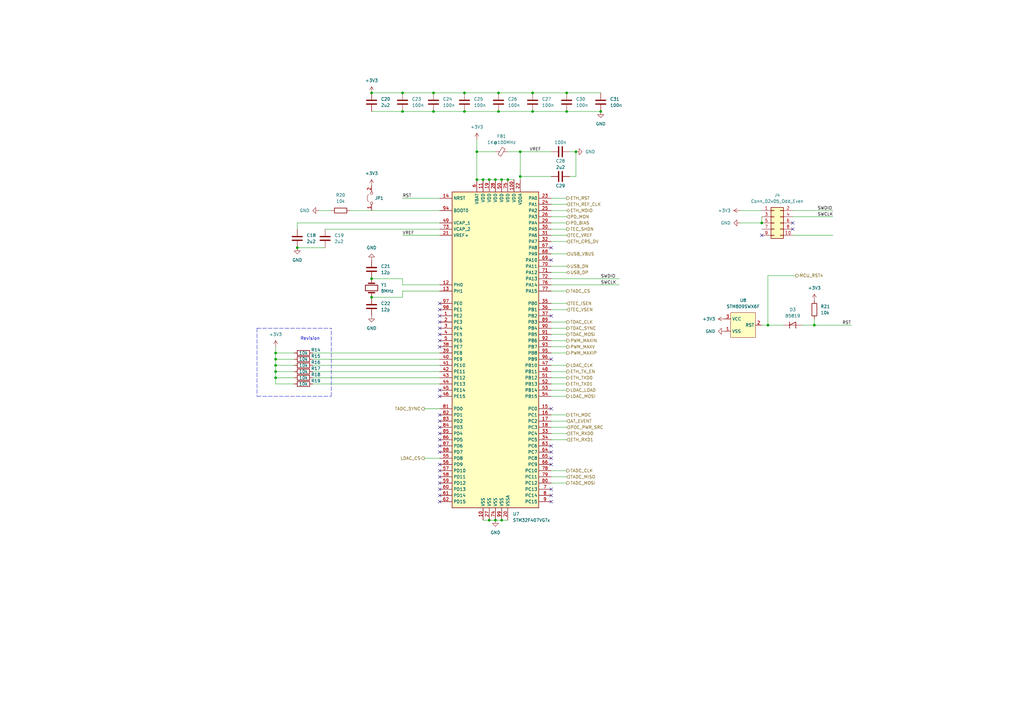
<source format=kicad_sch>
(kicad_sch (version 20211123) (generator eeschema)
  (paper "A3")
  (title_block (title "Kirdy") (date "2022-07-03") (rev "r0.1") (company "M-Labs") (comment 1 "Alex Wong Tat Hang"))
  (lib_symbols
    (symbol "Connector_Generic:Conn_02x05_Odd_Even" (pin_names (offset 1.016) hide)
      (property "Reference" "J" (at 1.27 7.62 0))
      (property "Value" "Conn_02x05_Odd_Even" (at 1.27 -7.62 0))
      (symbol "Conn_02x05_Odd_Even_1_1"
        (rectangle (start -1.27 -4.953) (end 0 -5.207) (stroke (width 0.1524)))
        (rectangle (start -1.27 -2.413) (end 0 -2.667) (stroke (width 0.1524)))
        (rectangle (start -1.27 0.127) (end 0 -0.127) (stroke (width 0.1524)))
        (rectangle (start -1.27 2.667) (end 0 2.413) (stroke (width 0.1524)))
        (rectangle (start -1.27 5.207) (end 0 4.953) (stroke (width 0.1524)))
        (rectangle (start -1.27 6.35) (end 3.81 -6.35) (stroke (width 0.254)) (fill (type background)))
        (rectangle (start 3.81 -4.953) (end 2.54 -5.207) (stroke (width 0.1524)))
        (rectangle (start 3.81 -2.413) (end 2.54 -2.667) (stroke (width 0.1524)))
        (rectangle (start 3.81 0.127) (end 2.54 -0.127) (stroke (width 0.1524)))
        (rectangle (start 3.81 2.667) (end 2.54 2.413) (stroke (width 0.1524)))
        (rectangle (start 3.81 5.207) (end 2.54 4.953) (stroke (width 0.1524)))
        (pin passive line (at -5.08 5.08 0) (length 3.81) (name "Pin_1") (number "1"))
        (pin passive line (at 7.62 -5.08 180) (length 3.81) (name "Pin_10") (number "10"))
        (pin passive line (at 7.62 5.08 180) (length 3.81) (name "Pin_2") (number "2"))
        (pin passive line (at -5.08 2.54 0) (length 3.81) (name "Pin_3") (number "3"))
        (pin passive line (at 7.62 2.54 180) (length 3.81) (name "Pin_4") (number "4"))
        (pin passive line (at -5.08 0 0) (length 3.81) (name "Pin_5") (number "5"))
        (pin passive line (at 7.62 0 180) (length 3.81) (name "Pin_6") (number "6"))
        (pin passive line (at -5.08 -2.54 0) (length 3.81) (name "Pin_7") (number "7"))
        (pin passive line (at 7.62 -2.54 180) (length 3.81) (name "Pin_8") (number "8"))
        (pin passive line (at -5.08 -5.08 0) (length 3.81) (name "Pin_9") (number "9"))
      )
    )
    (symbol "Device:C" (pin_numbers hide) (pin_names (offset 0.254))
      (property "Reference" "C" (at 0.635 2.54 0))
      (property "Value" "C" (at 0.635 -2.54 0))
      (symbol "C_0_1"
        (polyline (pts (xy -2.032 -0.762) (xy 2.032 -0.762)) (stroke (width 0.508)))
        (polyline (pts (xy -2.032 0.762) (xy 2.032 0.762)) (stroke (width 0.508)))
      )
      (symbol "C_1_1"
        (pin passive line (at 0 3.81 270) (length 2.794) (name "~") (number "1"))
        (pin passive line (at 0 -3.81 90) (length 2.794) (name "~") (number "2"))
      )
    )
    (symbol "Device:Crystal" (pin_numbers hide) (pin_names (offset 1.016) hide)
      (property "Reference" "Y" (at 0 3.81 0))
      (property "Value" "Crystal" (at 0 -3.81 0))
      (symbol "Crystal_0_1"
        (rectangle (start -1.143 2.54) (end 1.143 -2.54) (stroke (width 0.3048)))
        (polyline (pts (xy -2.54 0) (xy -1.905 0)))
        (polyline (pts (xy -1.905 -1.27) (xy -1.905 1.27)) (stroke (width 0.508)))
        (polyline (pts (xy 1.905 -1.27) (xy 1.905 1.27)) (stroke (width 0.508)))
        (polyline (pts (xy 2.54 0) (xy 1.905 0)))
      )
      (symbol "Crystal_1_1"
        (pin passive line (at -3.81 0 0) (length 1.27) (name "1") (number "1"))
        (pin passive line (at 3.81 0 180) (length 1.27) (name "2") (number "2"))
      )
    )
    (symbol "Device:D_Shockley" (pin_numbers hide) (pin_names (offset 1.016) hide)
      (property "Reference" "D" (at 0 2.54 0))
      (property "Value" "D_Shockley" (at 0 -2.54 0))
      (symbol "D_Shockley_0_1"
        (polyline (pts (xy -1.27 0) (xy 1.27 0)))
        (polyline (pts (xy -1.27 1.27) (xy -1.27 -1.27)) (stroke (width 0.254)))
        (polyline (pts (xy -1.27 0) (xy 1.27 1.27) (xy 1.27 -1.27)) (stroke (width 0.254)))
      )
      (symbol "D_Shockley_1_1"
        (pin passive line (at -3.81 0 0) (length 2.54) (name "K") (number "1"))
        (pin passive line (at 3.81 0 180) (length 2.54) (name "A") (number "2"))
      )
    )
    (symbol "Device:FerriteBead_Small" (pin_numbers hide) (pin_names (offset 0))
      (property "Reference" "FB" (at 1.905 1.27 0))
      (property "Value" "FerriteBead_Small" (at 1.905 -1.27 0))
      (symbol "FerriteBead_Small_0_1"
        (polyline (pts (xy 0 -1.27) (xy 0 -0.7874)))
        (polyline (pts (xy 0 0.889) (xy 0 1.2954)))
        (polyline (pts (xy -1.8288 0.2794) (xy -1.1176 1.4986) (xy 1.8288 -0.2032) (xy 1.1176 -1.4224) (xy -1.8288 0.2794)))
      )
      (symbol "FerriteBead_Small_1_1"
        (pin passive line (at 0 2.54 270) (length 1.27) (name "~") (number "1"))
        (pin passive line (at 0 -2.54 90) (length 1.27) (name "~") (number "2"))
      )
    )
    (symbol "Device:R" (pin_numbers hide) (pin_names (offset 0))
      (property "Reference" "R" (at 2.032 0 90))
      (property "Value" "R" (at 0 0 90))
      (symbol "R_0_1"
        (rectangle (start -1.016 -2.54) (end 1.016 2.54) (stroke (width 0.254)))
      )
      (symbol "R_1_1"
        (pin passive line (at 0 3.81 270) (length 1.27) (name "~") (number "1"))
        (pin passive line (at 0 -3.81 90) (length 1.27) (name "~") (number "2"))
      )
    )
    (symbol "Jumper:Jumper_2_Open" (pin_names (offset 0) hide)
      (property "Reference" "JP" (at 0 2.794 0))
      (property "Value" "Jumper_2_Open" (at 0 -2.286 0))
      (symbol "Jumper_2_Open_0_0"
        (circle (center -2.032 0) (radius 0.508))
        (circle (center 2.032 0) (radius 0.508))
      )
      (symbol "Jumper_2_Open_0_1"
        (arc (start 1.524 1.27) (mid 0 1.778) (end -1.524 1.27))
      )
      (symbol "Jumper_2_Open_1_1"
        (pin passive line (at -5.08 0 0) (length 2.54) (name "A") (number "1"))
        (pin passive line (at 5.08 0 180) (length 2.54) (name "B") (number "2"))
      )
    )
    (symbol "MCU_ST_STM32F4:STM32F407VGTx"
      (property "Reference" "U" (at -17.78 64.77 0))
      (property "Value" "STM32F407VGTx" (at 12.7 64.77 0))
      (symbol "STM32F407VGTx_0_1"
        (rectangle (start -17.78 -66.04) (end 17.78 63.5) (stroke (width 0.254)) (fill (type background)))
      )
      (symbol "STM32F407VGTx_1_1"
        (pin bidirectional line (at -22.86 12.7 0) (length 5.08) (name "PE2") (number "1"))
        (pin power_in line (at -5.08 -71.12 90) (length 5.08) (name "VSS") (number "10"))
        (pin power_in line (at 7.62 68.58 270) (length 5.08) (name "VDD") (number "100"))
        (pin power_in line (at -5.08 68.58 270) (length 5.08) (name "VDD") (number "11"))
        (pin input line (at -22.86 25.4 0) (length 5.08) (name "PH0") (number "12"))
        (pin input line (at -22.86 22.86 0) (length 5.08) (name "PH1") (number "13"))
        (pin input line (at -22.86 60.96 0) (length 5.08) (name "NRST") (number "14"))
        (pin bidirectional line (at 22.86 -25.4 180) (length 5.08) (name "PC0") (number "15"))
        (pin bidirectional line (at 22.86 -27.94 180) (length 5.08) (name "PC1") (number "16"))
        (pin bidirectional line (at 22.86 -30.48 180) (length 5.08) (name "PC2") (number "17"))
        (pin bidirectional line (at 22.86 -33.02 180) (length 5.08) (name "PC3") (number "18"))
        (pin power_in line (at -2.54 68.58 270) (length 5.08) (name "VDD") (number "19"))
        (pin bidirectional line (at -22.86 10.16 0) (length 5.08) (name "PE3") (number "2"))
        (pin power_in line (at 5.08 -71.12 90) (length 5.08) (name "VSSA") (number "20"))
        (pin power_in line (at -22.86 45.72 0) (length 5.08) (name "VREF+") (number "21"))
        (pin power_in line (at 10.16 68.58 270) (length 5.08) (name "VDDA") (number "22"))
        (pin bidirectional line (at 22.86 60.96 180) (length 5.08) (name "PA0") (number "23"))
        (pin bidirectional line (at 22.86 58.42 180) (length 5.08) (name "PA1") (number "24"))
        (pin bidirectional line (at 22.86 55.88 180) (length 5.08) (name "PA2") (number "25"))
        (pin bidirectional line (at 22.86 53.34 180) (length 5.08) (name "PA3") (number "26"))
        (pin power_in line (at -2.54 -71.12 90) (length 5.08) (name "VSS") (number "27"))
        (pin power_in line (at 0 68.58 270) (length 5.08) (name "VDD") (number "28"))
        (pin bidirectional line (at 22.86 50.8 180) (length 5.08) (name "PA4") (number "29"))
        (pin bidirectional line (at -22.86 7.62 0) (length 5.08) (name "PE4") (number "3"))
        (pin bidirectional line (at 22.86 48.26 180) (length 5.08) (name "PA5") (number "30"))
        (pin bidirectional line (at 22.86 45.72 180) (length 5.08) (name "PA6") (number "31"))
        (pin bidirectional line (at 22.86 43.18 180) (length 5.08) (name "PA7") (number "32"))
        (pin bidirectional line (at 22.86 -35.56 180) (length 5.08) (name "PC4") (number "33"))
        (pin bidirectional line (at 22.86 -38.1 180) (length 5.08) (name "PC5") (number "34"))
        (pin bidirectional line (at 22.86 17.78 180) (length 5.08) (name "PB0") (number "35"))
        (pin bidirectional line (at 22.86 15.24 180) (length 5.08) (name "PB1") (number "36"))
        (pin bidirectional line (at 22.86 12.7 180) (length 5.08) (name "PB2") (number "37"))
        (pin bidirectional line (at -22.86 0 0) (length 5.08) (name "PE7") (number "38"))
        (pin bidirectional line (at -22.86 -2.54 0) (length 5.08) (name "PE8") (number "39"))
        (pin bidirectional line (at -22.86 5.08 0) (length 5.08) (name "PE5") (number "4"))
        (pin bidirectional line (at -22.86 -5.08 0) (length 5.08) (name "PE9") (number "40"))
        (pin bidirectional line (at -22.86 -7.62 0) (length 5.08) (name "PE10") (number "41"))
        (pin bidirectional line (at -22.86 -10.16 0) (length 5.08) (name "PE11") (number "42"))
        (pin bidirectional line (at -22.86 -12.7 0) (length 5.08) (name "PE12") (number "43"))
        (pin bidirectional line (at -22.86 -15.24 0) (length 5.08) (name "PE13") (number "44"))
        (pin bidirectional line (at -22.86 -17.78 0) (length 5.08) (name "PE14") (number "45"))
        (pin bidirectional line (at -22.86 -20.32 0) (length 5.08) (name "PE15") (number "46"))
        (pin bidirectional line (at 22.86 -7.62 180) (length 5.08) (name "PB10") (number "47"))
        (pin bidirectional line (at 22.86 -10.16 180) (length 5.08) (name "PB11") (number "48"))
        (pin power_in line (at -22.86 50.8 0) (length 5.08) (name "VCAP_1") (number "49"))
        (pin bidirectional line (at -22.86 2.54 0) (length 5.08) (name "PE6") (number "5"))
        (pin power_in line (at 2.54 68.58 270) (length 5.08) (name "VDD") (number "50"))
        (pin bidirectional line (at 22.86 -12.7 180) (length 5.08) (name "PB12") (number "51"))
        (pin bidirectional line (at 22.86 -15.24 180) (length 5.08) (name "PB13") (number "52"))
        (pin bidirectional line (at 22.86 -17.78 180) (length 5.08) (name "PB14") (number "53"))
        (pin bidirectional line (at 22.86 -20.32 180) (length 5.08) (name "PB15") (number "54"))
        (pin bidirectional line (at -22.86 -45.72 0) (length 5.08) (name "PD8") (number "55"))
        (pin bidirectional line (at -22.86 -48.26 0) (length 5.08) (name "PD9") (number "56"))
        (pin bidirectional line (at -22.86 -50.8 0) (length 5.08) (name "PD10") (number "57"))
        (pin bidirectional line (at -22.86 -53.34 0) (length 5.08) (name "PD11") (number "58"))
        (pin bidirectional line (at -22.86 -55.88 0) (length 5.08) (name "PD12") (number "59"))
        (pin power_in line (at -7.62 68.58 270) (length 5.08) (name "VBAT") (number "6"))
        (pin bidirectional line (at -22.86 -58.42 0) (length 5.08) (name "PD13") (number "60"))
        (pin bidirectional line (at -22.86 -60.96 0) (length 5.08) (name "PD14") (number "61"))
        (pin bidirectional line (at -22.86 -63.5 0) (length 5.08) (name "PD15") (number "62"))
        (pin bidirectional line (at 22.86 -40.64 180) (length 5.08) (name "PC6") (number "63"))
        (pin bidirectional line (at 22.86 -43.18 180) (length 5.08) (name "PC7") (number "64"))
        (pin bidirectional line (at 22.86 -45.72 180) (length 5.08) (name "PC8") (number "65"))
        (pin bidirectional line (at 22.86 -48.26 180) (length 5.08) (name "PC9") (number "66"))
        (pin bidirectional line (at 22.86 40.64 180) (length 5.08) (name "PA8") (number "67"))
        (pin bidirectional line (at 22.86 38.1 180) (length 5.08) (name "PA9") (number "68"))
        (pin bidirectional line (at 22.86 35.56 180) (length 5.08) (name "PA10") (number "69"))
        (pin bidirectional line (at 22.86 -58.42 180) (length 5.08) (name "PC13") (number "7"))
        (pin bidirectional line (at 22.86 33.02 180) (length 5.08) (name "PA11") (number "70"))
        (pin bidirectional line (at 22.86 30.48 180) (length 5.08) (name "PA12") (number "71"))
        (pin bidirectional line (at 22.86 27.94 180) (length 5.08) (name "PA13") (number "72"))
        (pin power_in line (at -22.86 48.26 0) (length 5.08) (name "VCAP_2") (number "73"))
        (pin power_in line (at 0 -71.12 90) (length 5.08) (name "VSS") (number "74"))
        (pin power_in line (at 5.08 68.58 270) (length 5.08) (name "VDD") (number "75"))
        (pin bidirectional line (at 22.86 25.4 180) (length 5.08) (name "PA14") (number "76"))
        (pin bidirectional line (at 22.86 22.86 180) (length 5.08) (name "PA15") (number "77"))
        (pin bidirectional line (at 22.86 -50.8 180) (length 5.08) (name "PC10") (number "78"))
        (pin bidirectional line (at 22.86 -53.34 180) (length 5.08) (name "PC11") (number "79"))
        (pin bidirectional line (at 22.86 -60.96 180) (length 5.08) (name "PC14") (number "8"))
        (pin bidirectional line (at 22.86 -55.88 180) (length 5.08) (name "PC12") (number "80"))
        (pin bidirectional line (at -22.86 -25.4 0) (length 5.08) (name "PD0") (number "81"))
        (pin bidirectional line (at -22.86 -27.94 0) (length 5.08) (name "PD1") (number "82"))
        (pin bidirectional line (at -22.86 -30.48 0) (length 5.08) (name "PD2") (number "83"))
        (pin bidirectional line (at -22.86 -33.02 0) (length 5.08) (name "PD3") (number "84"))
        (pin bidirectional line (at -22.86 -35.56 0) (length 5.08) (name "PD4") (number "85"))
        (pin bidirectional line (at -22.86 -38.1 0) (length 5.08) (name "PD5") (number "86"))
        (pin bidirectional line (at -22.86 -40.64 0) (length 5.08) (name "PD6") (number "87"))
        (pin bidirectional line (at -22.86 -43.18 0) (length 5.08) (name "PD7") (number "88"))
        (pin bidirectional line (at 22.86 10.16 180) (length 5.08) (name "PB3") (number "89"))
        (pin bidirectional line (at 22.86 -63.5 180) (length 5.08) (name "PC15") (number "9"))
        (pin bidirectional line (at 22.86 7.62 180) (length 5.08) (name "PB4") (number "90"))
        (pin bidirectional line (at 22.86 5.08 180) (length 5.08) (name "PB5") (number "91"))
        (pin bidirectional line (at 22.86 2.54 180) (length 5.08) (name "PB6") (number "92"))
        (pin bidirectional line (at 22.86 0 180) (length 5.08) (name "PB7") (number "93"))
        (pin input line (at -22.86 55.88 0) (length 5.08) (name "BOOT0") (number "94"))
        (pin bidirectional line (at 22.86 -2.54 180) (length 5.08) (name "PB8") (number "95"))
        (pin bidirectional line (at 22.86 -5.08 180) (length 5.08) (name "PB9") (number "96"))
        (pin bidirectional line (at -22.86 17.78 0) (length 5.08) (name "PE0") (number "97"))
        (pin bidirectional line (at -22.86 15.24 0) (length 5.08) (name "PE1") (number "98"))
        (pin power_in line (at 2.54 -71.12 90) (length 5.08) (name "VSS") (number "99"))
      )
    )
    (symbol "kirdy:STM809SWX6F"
      (property "Reference" "U" (at 0 -10.16 0))
      (property "Value" "STM809SWX6F" (at 0 -7.62 0))
      (symbol "STM809SWX6F_0_0"
        (pin power_in line (at -7.62 -2.54 0) (length 2.54) (name "VSS") (number "1"))
        (pin output line (at 7.62 0 180) (length 2.54) (name "RST") (number "2"))
        (pin power_in line (at -7.62 2.54 0) (length 2.54) (name "VCC") (number "3"))
      )
      (symbol "STM809SWX6F_0_1"
        (rectangle (start -5.08 5.08) (end 5.08 -5.08) (fill (type background)))
      )
    )
    (symbol "power:+3V3" (power) (pin_names (offset 0))
      (property "Value" "+3V3" (at 0 3.556 0))
      (symbol "+3V3_0_1"
        (polyline (pts (xy -0.762 1.27) (xy 0 2.54)))
        (polyline (pts (xy 0 0) (xy 0 2.54)))
        (polyline (pts (xy 0 2.54) (xy 0.762 1.27)))
      )
      (symbol "+3V3_1_1"
        (pin power_in line (at 0 0 90) (length 0) hide (name "+3V3") (number "1"))
      )
    )
    (symbol "power:GND" (power) (pin_names (offset 0))
      (property "Value" "GND" (at 0 -3.81 0))
      (symbol "GND_0_1"
        (polyline (pts (xy 0 0) (xy 0 -1.27) (xy 1.27 -1.27) (xy 0 -2.54) (xy -1.27 -1.27) (xy 0 -1.27)))
      )
      (symbol "GND_1_1"
        (pin power_in line (at 0 0 270) (length 0) hide (name "GND") (number "1"))
      )
    )
  )
  (junction (at 165.1 38.1))
  (junction (at 152.4 114.3))
  (junction (at 198.12 73.66))
  (junction (at 205.74 213.36))
  (junction (at 177.8 38.1))
  (junction (at 213.36 72.39))
  (junction (at 236.22 62.23))
  (junction (at 152.4 38.1))
  (junction (at 195.58 73.66))
  (junction (at 121.92 101.6))
  (junction (at 200.66 73.66))
  (junction (at 203.2 213.36))
  (junction (at 204.47 38.1))
  (junction (at 113.03 154.94))
  (junction (at 177.8 45.72))
  (junction (at 232.41 45.72))
  (junction (at 314.96 133.35))
  (junction (at 113.03 152.4))
  (junction (at 200.66 213.36))
  (junction (at 208.28 73.66))
  (junction (at 113.03 144.78))
  (junction (at 190.5 45.72))
  (junction (at 165.1 45.72))
  (junction (at 203.2 73.66))
  (junction (at 232.41 38.1))
  (junction (at 334.01 133.35))
  (junction (at 213.36 62.23))
  (junction (at 190.5 38.1))
  (junction (at 204.47 45.72))
  (junction (at 113.03 147.32))
  (junction (at 218.44 38.1))
  (junction (at 246.38 45.72))
  (junction (at 205.74 73.66))
  (junction (at 152.4 121.92))
  (junction (at 195.58 62.23))
  (junction (at 312.42 91.44))
  (junction (at 218.44 45.72))
  (junction (at 113.03 149.86))
  (no_connect (at 312.42 96.52))
  (no_connect (at 325.12 93.98))
  (no_connect (at 325.12 91.44))
  (no_connect (at 180.34 198.12))
  (no_connect (at 180.34 200.66))
  (no_connect (at 180.34 203.2))
  (no_connect (at 180.34 205.74))
  (no_connect (at 226.06 200.66))
  (no_connect (at 226.06 203.2))
  (no_connect (at 226.06 205.74))
  (no_connect (at 226.06 187.96))
  (no_connect (at 226.06 190.5))
  (no_connect (at 180.34 170.18))
  (no_connect (at 180.34 172.72))
  (no_connect (at 180.34 175.26))
  (no_connect (at 180.34 177.8))
  (no_connect (at 180.34 180.34))
  (no_connect (at 180.34 182.88))
  (no_connect (at 180.34 185.42))
  (no_connect (at 180.34 190.5))
  (no_connect (at 180.34 193.04))
  (no_connect (at 180.34 195.58))
  (no_connect (at 226.06 101.6))
  (no_connect (at 226.06 106.68))
  (no_connect (at 226.06 129.54))
  (no_connect (at 180.34 129.54))
  (no_connect (at 180.34 124.46))
  (no_connect (at 180.34 127))
  (no_connect (at 226.06 147.32))
  (no_connect (at 226.06 167.64))
  (no_connect (at 226.06 182.88))
  (no_connect (at 226.06 185.42))
  (no_connect (at 180.34 162.56))
  (no_connect (at 180.34 160.02))
  (no_connect (at 180.34 132.08))
  (no_connect (at 180.34 134.62))
  (no_connect (at 180.34 137.16))
  (no_connect (at 180.34 139.7))
  (no_connect (at 180.34 142.24))
  (wire (pts (xy 226.06 180.34) (xy 232.41 180.34)))
  (wire (pts (xy 226.06 170.18) (xy 232.41 170.18)))
  (wire (pts (xy 226.06 160.02) (xy 232.41 160.02)))
  (wire (pts (xy 226.06 99.06) (xy 232.41 99.06)))
  (wire (pts (xy 165.1 116.84) (xy 180.34 116.84)))
  (wire (pts (xy 226.06 104.14) (xy 232.41 104.14)))
  (wire (pts (xy 226.06 86.36) (xy 232.41 86.36)))
  (polyline (pts (xy 105.41 162.56) (xy 135.89 162.56)))
  (wire (pts (xy 198.12 213.36) (xy 200.66 213.36)))
  (wire (pts (xy 218.44 45.72) (xy 232.41 45.72)))
  (wire (pts (xy 312.42 88.9) (xy 312.42 91.44)))
  (wire (pts (xy 165.1 81.28) (xy 180.34 81.28)))
  (wire (pts (xy 233.68 72.39) (xy 236.22 72.39)))
  (wire (pts (xy 113.03 152.4) (xy 113.03 154.94)))
  (wire (pts (xy 195.58 62.23) (xy 203.2 62.23)))
  (wire (pts (xy 121.92 101.6) (xy 133.35 101.6)))
  (wire (pts (xy 173.99 187.96) (xy 180.34 187.96)))
  (wire (pts (xy 325.12 96.52) (xy 341.63 96.52)))
  (wire (pts (xy 203.2 213.36) (xy 205.74 213.36)))
  (wire (pts (xy 328.93 133.35) (xy 334.01 133.35)))
  (wire (pts (xy 312.42 133.35) (xy 314.96 133.35)))
  (wire (pts (xy 226.06 139.7) (xy 232.41 139.7)))
  (polyline (pts (xy 135.89 162.56) (xy 135.89 134.62)))
  (wire (pts (xy 226.06 116.84) (xy 254 116.84)))
  (wire (pts (xy 204.47 38.1) (xy 218.44 38.1)))
  (wire (pts (xy 113.03 152.4) (xy 120.65 152.4)))
  (wire (pts (xy 128.27 149.86) (xy 180.34 149.86)))
  (wire (pts (xy 113.03 149.86) (xy 120.65 149.86)))
  (wire (pts (xy 152.4 45.72) (xy 165.1 45.72)))
  (wire (pts (xy 314.96 113.03) (xy 326.39 113.03)))
  (wire (pts (xy 128.27 147.32) (xy 180.34 147.32)))
  (wire (pts (xy 165.1 119.38) (xy 165.1 121.92)))
  (wire (pts (xy 208.28 62.23) (xy 213.36 62.23)))
  (wire (pts (xy 113.03 154.94) (xy 113.03 157.48)))
  (wire (pts (xy 133.35 93.98) (xy 180.34 93.98)))
  (wire (pts (xy 226.06 177.8) (xy 232.41 177.8)))
  (wire (pts (xy 226.06 193.04) (xy 232.41 193.04)))
  (wire (pts (xy 334.01 133.35) (xy 334.01 130.81)))
  (wire (pts (xy 113.03 147.32) (xy 113.03 149.86)))
  (wire (pts (xy 334.01 133.35) (xy 349.25 133.35)))
  (wire (pts (xy 113.03 154.94) (xy 120.65 154.94)))
  (wire (pts (xy 226.06 154.94) (xy 232.41 154.94)))
  (wire (pts (xy 213.36 62.23) (xy 213.36 72.39)))
  (wire (pts (xy 226.06 111.76) (xy 232.41 111.76)))
  (wire (pts (xy 226.06 134.62) (xy 232.41 134.62)))
  (wire (pts (xy 226.06 149.86) (xy 232.41 149.86)))
  (wire (pts (xy 314.96 133.35) (xy 321.31 133.35)))
  (wire (pts (xy 226.06 137.16) (xy 232.41 137.16)))
  (wire (pts (xy 226.06 93.98) (xy 232.41 93.98)))
  (wire (pts (xy 177.8 38.1) (xy 190.5 38.1)))
  (wire (pts (xy 200.66 213.36) (xy 203.2 213.36)))
  (wire (pts (xy 203.2 73.66) (xy 205.74 73.66)))
  (wire (pts (xy 195.58 62.23) (xy 195.58 73.66)))
  (wire (pts (xy 233.68 62.23) (xy 236.22 62.23)))
  (wire (pts (xy 177.8 45.72) (xy 190.5 45.72)))
  (wire (pts (xy 226.06 198.12) (xy 232.41 198.12)))
  (wire (pts (xy 232.41 38.1) (xy 246.38 38.1)))
  (wire (pts (xy 195.58 73.66) (xy 198.12 73.66)))
  (wire (pts (xy 213.36 62.23) (xy 226.06 62.23)))
  (wire (pts (xy 165.1 121.92) (xy 152.4 121.92)))
  (wire (pts (xy 113.03 144.78) (xy 113.03 147.32)))
  (wire (pts (xy 226.06 172.72) (xy 232.41 172.72)))
  (wire (pts (xy 198.12 73.66) (xy 200.66 73.66)))
  (wire (pts (xy 113.03 144.78) (xy 120.65 144.78)))
  (wire (pts (xy 113.03 149.86) (xy 113.03 152.4)))
  (wire (pts (xy 213.36 72.39) (xy 213.36 73.66)))
  (wire (pts (xy 226.06 124.46) (xy 232.41 124.46)))
  (wire (pts (xy 226.06 152.4) (xy 232.41 152.4)))
  (wire (pts (xy 325.12 86.36) (xy 341.63 86.36)))
  (polyline (pts (xy 105.41 134.62) (xy 105.41 162.56)))
  (wire (pts (xy 226.06 195.58) (xy 232.41 195.58)))
  (wire (pts (xy 165.1 96.52) (xy 180.34 96.52)))
  (wire (pts (xy 113.03 147.32) (xy 120.65 147.32)))
  (wire (pts (xy 208.28 73.66) (xy 210.82 73.66)))
  (wire (pts (xy 165.1 45.72) (xy 177.8 45.72)))
  (wire (pts (xy 165.1 119.38) (xy 180.34 119.38)))
  (wire (pts (xy 226.06 142.24) (xy 232.41 142.24)))
  (wire (pts (xy 165.1 116.84) (xy 165.1 114.3)))
  (wire (pts (xy 226.06 132.08) (xy 232.41 132.08)))
  (wire (pts (xy 121.92 93.98) (xy 121.92 91.44)))
  (wire (pts (xy 213.36 72.39) (xy 226.06 72.39)))
  (wire (pts (xy 128.27 154.94) (xy 180.34 154.94)))
  (wire (pts (xy 236.22 72.39) (xy 236.22 62.23)))
  (wire (pts (xy 205.74 73.66) (xy 208.28 73.66)))
  (wire (pts (xy 226.06 109.22) (xy 232.41 109.22)))
  (wire (pts (xy 113.03 142.24) (xy 113.03 144.78)))
  (wire (pts (xy 303.53 91.44) (xy 312.42 91.44)))
  (wire (pts (xy 218.44 38.1) (xy 232.41 38.1)))
  (wire (pts (xy 113.03 157.48) (xy 120.65 157.48)))
  (wire (pts (xy 226.06 175.26) (xy 232.41 175.26)))
  (wire (pts (xy 226.06 88.9) (xy 232.41 88.9)))
  (wire (pts (xy 232.41 45.72) (xy 246.38 45.72)))
  (wire (pts (xy 314.96 133.35) (xy 314.96 113.03)))
  (wire (pts (xy 226.06 96.52) (xy 232.41 96.52)))
  (wire (pts (xy 195.58 57.15) (xy 195.58 62.23)))
  (wire (pts (xy 226.06 119.38) (xy 232.41 119.38)))
  (wire (pts (xy 190.5 38.1) (xy 204.47 38.1)))
  (wire (pts (xy 165.1 38.1) (xy 177.8 38.1)))
  (wire (pts (xy 152.4 38.1) (xy 165.1 38.1)))
  (wire (pts (xy 204.47 45.72) (xy 218.44 45.72)))
  (wire (pts (xy 226.06 127) (xy 232.41 127)))
  (wire (pts (xy 226.06 81.28) (xy 232.41 81.28)))
  (wire (pts (xy 226.06 83.82) (xy 232.41 83.82)))
  (wire (pts (xy 205.74 213.36) (xy 208.28 213.36)))
  (wire (pts (xy 303.53 86.36) (xy 312.42 86.36)))
  (wire (pts (xy 226.06 144.78) (xy 232.41 144.78)))
  (wire (pts (xy 165.1 114.3) (xy 152.4 114.3)))
  (polyline (pts (xy 105.41 134.62) (xy 135.89 134.62)))
  (wire (pts (xy 143.51 86.36) (xy 180.34 86.36)))
  (wire (pts (xy 226.06 91.44) (xy 232.41 91.44)))
  (wire (pts (xy 130.81 86.36) (xy 135.89 86.36)))
  (wire (pts (xy 121.92 91.44) (xy 180.34 91.44)))
  (wire (pts (xy 226.06 162.56) (xy 232.41 162.56)))
  (wire (pts (xy 190.5 45.72) (xy 204.47 45.72)))
  (wire (pts (xy 128.27 144.78) (xy 180.34 144.78)))
  (wire (pts (xy 226.06 114.3) (xy 254 114.3)))
  (wire (pts (xy 226.06 157.48) (xy 232.41 157.48)))
  (wire (pts (xy 325.12 88.9) (xy 341.63 88.9)))
  (wire (pts (xy 173.99 167.64) (xy 180.34 167.64)))
  (wire (pts (xy 128.27 152.4) (xy 180.34 152.4)))
  (wire (pts (xy 128.27 157.48) (xy 180.34 157.48)))
  (wire (pts (xy 200.66 73.66) (xy 203.2 73.66)))
  (text "Revision\n" (at 123.19 139.7 0) (effects (font (size 1.27 1.27)) (justify left bottom)))
  (label "VREF" (at 217.17 62.23 0))
  (label "SWDIO" (at 246.38 114.3 0))
  (label "SWCLK" (at 335.28 88.9 0))
  (label "RST" (at 165.1 81.28 0))
  (label "SWDIO" (at 335.28 86.36 0))
  (label "VREF" (at 165.1 96.52 0))
  (label "RST" (at 345.44 133.35 0))
  (label "SWCLK" (at 246.38 116.84 0))
  (hierarchical_label "USB_DP" (shape bidirectional) (at 232.41 111.76 0))
  (hierarchical_label "TEC_VREF" (shape input) (at 232.41 96.52 0))
  (hierarchical_label "ETH_REF_CLK" (shape input) (at 232.41 83.82 0))
  (hierarchical_label "USB_VBUS" (shape input) (at 232.41 104.14 0))
  (hierarchical_label "TADC_CLK" (shape output) (at 232.41 193.04 0))
  (hierarchical_label "TDAC_MOSI" (shape output) (at 232.41 137.16 0))
  (hierarchical_label "PWM_MAXIP" (shape output) (at 232.41 144.78 0))
  (hierarchical_label "USB_DN" (shape bidirectional) (at 232.41 109.22 0))
  (hierarchical_label "ETH_RST" (shape output) (at 232.41 81.28 0))
  (hierarchical_label "TEC_SHDN" (shape output) (at 232.41 93.98 0))
  (hierarchical_label "ETH_TXD1" (shape output) (at 232.41 157.48 0))
  (hierarchical_label "ETH_MDIO" (shape bidirectional) (at 232.41 86.36 0))
  (hierarchical_label "LDAC_MOSI" (shape output) (at 232.41 162.56 0))
  (hierarchical_label "AT_EVENT" (shape input) (at 232.41 172.72 0))
  (hierarchical_label "PWM_MAXV" (shape output) (at 232.41 142.24 0))
  (hierarchical_label "POE_PWR_SRC" (shape input) (at 232.41 175.26 0))
  (hierarchical_label "MCU_RSTn" (shape output) (at 326.39 113.03 0))
  (hierarchical_label "TADC_CS" (shape output) (at 232.41 119.38 0))
  (hierarchical_label "ETH_RXD0" (shape input) (at 232.41 177.8 0))
  (hierarchical_label "PD_BIAS" (shape output) (at 232.41 91.44 0))
  (hierarchical_label "TADC_MISO" (shape input) (at 232.41 195.58 0))
  (hierarchical_label "LDAC_CS" (shape output) (at 173.99 187.96 180))
  (hierarchical_label "TADC_MOSI" (shape output) (at 232.41 198.12 0))
  (hierarchical_label "ETH_CRS_DV" (shape input) (at 232.41 99.06 0))
  (hierarchical_label "TADC_SYNC" (shape output) (at 173.99 167.64 180))
  (hierarchical_label "PWM_MAXIN" (shape output) (at 232.41 139.7 0))
  (hierarchical_label "TEC_ISEN" (shape input) (at 232.41 124.46 0))
  (hierarchical_label "TEC_VSEN" (shape input) (at 232.41 127 0))
  (hierarchical_label "ETH_TX_EN" (shape output) (at 232.41 152.4 0))
  (hierarchical_label "TDAC_SYNC" (shape output) (at 232.41 134.62 0))
  (hierarchical_label "ETH_TXD0" (shape output) (at 232.41 154.94 0))
  (hierarchical_label "PD_MON" (shape input) (at 232.41 88.9 0))
  (hierarchical_label "ETH_RXD1" (shape input) (at 232.41 180.34 0))
  (hierarchical_label "LDAC_LOAD" (shape output) (at 232.41 160.02 0))
  (hierarchical_label "ETH_MDC" (shape output) (at 232.41 170.18 0))
  (hierarchical_label "LDAC_CLK" (shape output) (at 232.41 149.86 0))
  (hierarchical_label "TDAC_CLK" (shape output) (at 232.41 132.08 0))
  (symbol (lib_id "Connector_Generic:Conn_02x05_Odd_Even") (at 317.5 91.44 0) (unit 1)
    (property "Reference" "J4" (at 318.77 80.01 0))
    (property "Value" "Conn_02x05_Odd_Even" (at 318.77 82.55 0))
  )
  (symbol (lib_id "Device:FerriteBead_Small") (at 205.74 62.23 90) (unit 1)
    (property "Reference" "FB1" (at 205.7019 55.88 90))
    (property "Value" "1K@100MHz" (at 205.7019 58.42 90))
  )
  (symbol (lib_id "power:+3V3") (at 152.4 76.2 0) (unit 1)
    (property "Reference" "#PWR045" (effects hide))
    (property "Value" "+3V3" (at 152.4 71.12 0))
  )
  (symbol (lib_id "Device:C") (at 133.35 97.79 0) (unit 1)
    (property "Reference" "C19" (at 137.16 96.5199 0) (effects (justify left)))
    (property "Value" "2u2" (at 137.16 99.0599 0) (effects (justify left)))
  )
  (symbol (lib_id "Device:R") (at 334.01 127 0) (unit 1)
    (property "Reference" "R21" (at 336.55 125.7299 0) (effects (justify left)))
    (property "Value" "10k" (at 336.55 128.2699 0) (effects (justify left)))
  )
  (symbol (lib_id "kirdy:STM809SWX6F") (at 304.8 133.35 0) (unit 1)
    (property "Reference" "U8" (at 304.8 123.19 0))
    (property "Value" "STM809SWX6F" (at 304.8 125.73 0))
    (property "Footprint" "Package_TO_SOT_SMD:SOT-23" (effects hide))
  )
  (symbol (lib_id "Device:C") (at 177.8 41.91 0) (unit 1)
    (property "Reference" "C24" (at 181.61 40.6399 0) (effects (justify left)))
    (property "Value" "100n" (at 181.61 43.1799 0) (effects (justify left)))
  )
  (symbol (lib_id "Device:C") (at 232.41 41.91 0) (unit 1)
    (property "Reference" "C30" (at 236.22 40.6399 0) (effects (justify left)))
    (property "Value" "100n" (at 236.22 43.1799 0) (effects (justify left)))
  )
  (symbol (lib_id "Device:R") (at 124.46 149.86 90) (unit 1)
    (property "Reference" "R16" (at 129.54 148.59 90))
    (property "Value" "10k" (at 124.46 149.86 90))
  )
  (symbol (lib_id "Device:C") (at 190.5 41.91 0) (unit 1)
    (property "Reference" "C25" (at 194.31 40.6399 0) (effects (justify left)))
    (property "Value" "100n" (at 194.31 43.1799 0) (effects (justify left)))
  )
  (symbol (lib_id "power:+3V3") (at 334.01 123.19 0) (unit 1)
    (property "Reference" "#PWR056" (effects hide))
    (property "Value" "+3V3" (at 334.01 118.11 0))
  )
  (symbol (lib_id "power:GND") (at 236.22 62.23 90) (unit 1)
    (property "Reference" "#PWR050" (effects hide))
    (property "Value" "GND" (at 240.03 62.2299 90) (effects (justify right)))
  )
  (symbol (lib_id "power:GND") (at 203.2 213.36 0) (unit 1)
    (property "Reference" "#PWR049" (effects hide))
    (property "Value" "GND" (at 203.2 218.44 0))
  )
  (symbol (lib_id "Device:C") (at 246.38 41.91 0) (unit 1)
    (property "Reference" "C31" (at 250.19 40.6399 0) (effects (justify left)))
    (property "Value" "100n" (at 250.19 43.1799 0) (effects (justify left)))
  )
  (symbol (lib_id "Jumper:Jumper_2_Open") (at 152.4 81.28 90) (unit 1)
    (property "Reference" "JP1" (at 153.67 81.28 90) (effects (justify right)))
    (property "Value" "Jumper_2_Open" (effects hide))
  )
  (symbol (lib_id "power:+3V3") (at 303.53 86.36 90) (unit 1)
    (property "Reference" "#PWR054" (effects hide))
    (property "Value" "+3V3" (at 299.72 86.3599 90) (effects (justify left)))
  )
  (symbol (lib_id "Device:C") (at 218.44 41.91 0) (unit 1)
    (property "Reference" "C27" (at 222.25 40.6399 0) (effects (justify left)))
    (property "Value" "100n" (at 222.25 43.1799 0) (effects (justify left)))
  )
  (symbol (lib_id "Device:Crystal") (at 152.4 118.11 90) (unit 1)
    (property "Reference" "Y1" (at 156.21 116.8399 90) (effects (justify right)))
    (property "Value" "8MHz" (at 156.21 119.3799 90) (effects (justify right)))
  )
  (symbol (lib_id "MCU_ST_STM32F4:STM32F407VGTx") (at 203.2 142.24 0) (unit 1)
    (property "Reference" "U7" (at 210.2994 210.82 0) (effects (justify left)))
    (property "Value" "STM32F407VGTx" (at 210.2994 213.36 0) (effects (justify left)))
    (property "Footprint" "Package_QFP:LQFP-100_14x14mm_P0.5mm" (effects hide))
    (property "Datasheet" "http://www.st.com/st-web-ui/static/active/en/resource/technical/document/datasheet/DM00037051.pdf" (effects hide))
  )
  (symbol (lib_id "Device:R") (at 124.46 147.32 90) (unit 1)
    (property "Reference" "R15" (at 129.54 146.05 90))
    (property "Value" "10k" (at 124.46 147.32 90))
  )
  (symbol (lib_id "power:+3V3") (at 113.03 142.24 0) (unit 1)
    (property "Reference" "#PWR041" (effects hide))
    (property "Value" "+3V3" (at 113.03 137.16 0))
  )
  (symbol (lib_id "power:GND") (at 297.18 135.89 270) (unit 1)
    (property "Reference" "#PWR053" (effects hide))
    (property "Value" "GND" (at 293.37 135.8899 90) (effects (justify right)))
  )
  (symbol (lib_id "Device:C") (at 229.87 62.23 90) (unit 1)
    (property "Reference" "C28" (at 229.87 66.04 90))
    (property "Value" "100n" (at 229.87 58.42 90))
  )
  (symbol (lib_id "Device:C") (at 229.87 72.39 90) (unit 1)
    (property "Reference" "C29" (at 229.87 76.2 90))
    (property "Value" "2u2" (at 229.87 68.58 90))
  )
  (symbol (lib_id "Device:C") (at 165.1 41.91 0) (unit 1)
    (property "Reference" "C23" (at 168.91 40.6399 0) (effects (justify left)))
    (property "Value" "100n" (at 168.91 43.1799 0) (effects (justify left)))
  )
  (symbol (lib_id "Device:R") (at 124.46 144.78 90) (unit 1)
    (property "Reference" "R14" (at 129.54 143.51 90))
    (property "Value" "10k" (at 124.46 144.78 90))
  )
  (symbol (lib_id "power:GND") (at 246.38 45.72 0) (unit 1)
    (property "Reference" "#PWR051" (effects hide))
    (property "Value" "GND" (at 246.38 50.8 0))
  )
  (symbol (lib_id "Device:R") (at 124.46 152.4 90) (unit 1)
    (property "Reference" "R17" (at 129.54 151.13 90))
    (property "Value" "10k" (at 124.46 152.4 90))
  )
  (symbol (lib_id "power:GND") (at 152.4 129.54 0) (unit 1)
    (property "Reference" "#PWR047" (effects hide))
    (property "Value" "GND" (at 152.4 134.62 0))
  )
  (symbol (lib_id "Device:C") (at 204.47 41.91 0) (unit 1)
    (property "Reference" "C26" (at 208.28 40.6399 0) (effects (justify left)))
    (property "Value" "100n" (at 208.28 43.1799 0) (effects (justify left)))
  )
  (symbol (lib_id "power:GND") (at 130.81 86.36 270) (unit 1)
    (property "Reference" "#PWR043" (effects hide))
    (property "Value" "GND" (at 127 86.3599 90) (effects (justify right)))
  )
  (symbol (lib_id "Device:C") (at 121.92 97.79 0) (unit 1)
    (property "Reference" "C18" (at 125.73 96.5199 0) (effects (justify left)))
    (property "Value" "2u2" (at 125.73 99.0599 0) (effects (justify left)))
  )
  (symbol (lib_id "Device:R") (at 139.7 86.36 90) (unit 1)
    (property "Reference" "R20" (at 139.7 80.01 90))
    (property "Value" "10k" (at 139.7 82.55 90))
  )
  (symbol (lib_id "power:+3V3") (at 195.58 57.15 0) (unit 1)
    (property "Reference" "#PWR048" (effects hide))
    (property "Value" "+3V3" (at 195.58 52.07 0))
  )
  (symbol (lib_id "power:+3V3") (at 297.18 130.81 90) (unit 1)
    (property "Reference" "#PWR052" (effects hide))
    (property "Value" "+3V3" (at 293.37 130.8099 90) (effects (justify left)))
  )
  (symbol (lib_id "power:GND") (at 303.53 91.44 270) (unit 1)
    (property "Reference" "#PWR055" (effects hide))
    (property "Value" "GND" (at 299.72 91.4399 90) (effects (justify right)))
  )
  (symbol (lib_id "power:GND") (at 121.92 101.6 0) (unit 1)
    (property "Reference" "#PWR042" (effects hide))
    (property "Value" "GND" (at 121.92 106.68 0))
  )
  (symbol (lib_id "Device:C") (at 152.4 125.73 0) (unit 1)
    (property "Reference" "C22" (at 156.21 124.4599 0) (effects (justify left)))
    (property "Value" "12p" (at 156.21 126.9999 0) (effects (justify left)))
  )
  (symbol (lib_id "power:+3V3") (at 152.4 38.1 0) (unit 1)
    (property "Reference" "#PWR044" (effects hide))
    (property "Value" "+3V3" (at 152.4 33.02 0))
  )
  (symbol (lib_id "Device:D_Shockley") (at 325.12 133.35 0) (unit 1)
    (property "Reference" "D3" (at 325.12 127 0))
    (property "Value" "B5819" (at 325.12 129.54 0))
  )
  (symbol (lib_id "Device:C") (at 152.4 41.91 0) (unit 1)
    (property "Reference" "C20" (at 156.21 40.6399 0) (effects (justify left)))
    (property "Value" "2u2" (at 156.21 43.1799 0) (effects (justify left)))
  )
  (symbol (lib_id "Device:C") (at 152.4 110.49 0) (unit 1)
    (property "Reference" "C21" (at 156.21 109.2199 0) (effects (justify left)))
    (property "Value" "12p" (at 156.21 111.7599 0) (effects (justify left)))
  )
  (symbol (lib_id "power:GND") (at 152.4 106.68 180) (unit 1)
    (property "Reference" "#PWR046" (effects hide))
    (property "Value" "GND" (at 152.4 101.6 0))
  )
  (symbol (lib_id "Device:R") (at 124.46 154.94 90) (unit 1)
    (property "Reference" "R18" (at 129.54 153.67 90))
    (property "Value" "10k" (at 124.46 154.94 90))
  )
  (symbol (lib_id "Device:R") (at 124.46 157.48 90) (unit 1)
    (property "Reference" "R19" (at 129.54 156.21 90))
    (property "Value" "10k" (at 124.46 157.48 90))
  )
)
</source>
